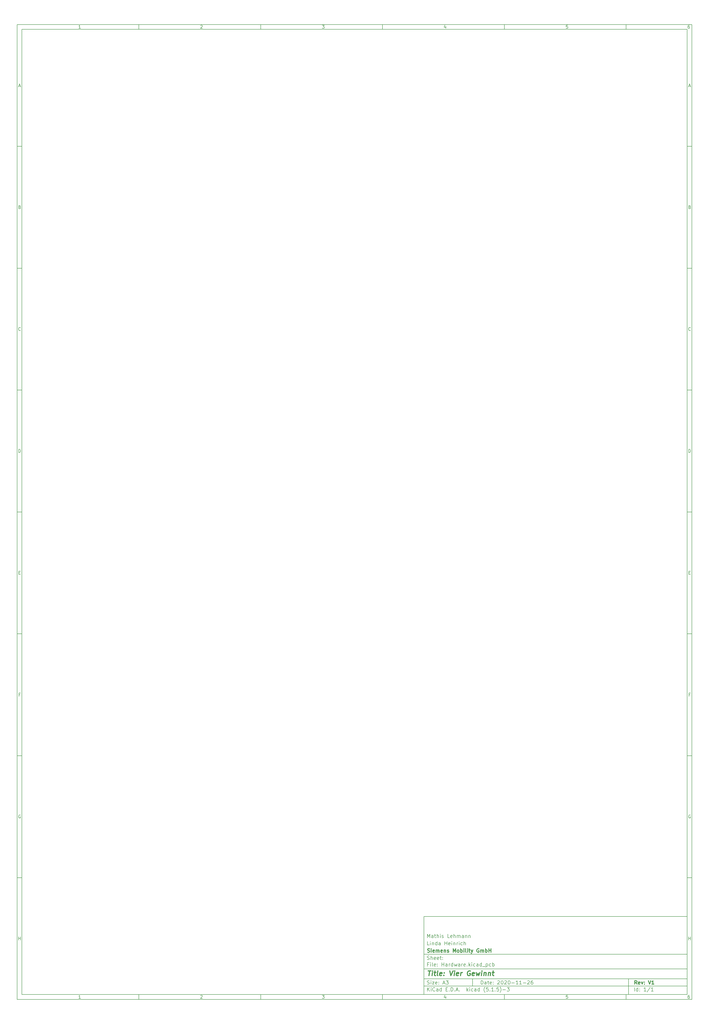
<source format=gbr>
G04 #@! TF.GenerationSoftware,KiCad,Pcbnew,(5.1.5)-3*
G04 #@! TF.CreationDate,2020-12-16T10:40:52+01:00*
G04 #@! TF.ProjectId,Hardware,48617264-7761-4726-952e-6b696361645f,V1*
G04 #@! TF.SameCoordinates,Original*
G04 #@! TF.FileFunction,Legend,Bot*
G04 #@! TF.FilePolarity,Positive*
%FSLAX46Y46*%
G04 Gerber Fmt 4.6, Leading zero omitted, Abs format (unit mm)*
G04 Created by KiCad (PCBNEW (5.1.5)-3) date 2020-12-16 10:40:52*
%MOMM*%
%LPD*%
G04 APERTURE LIST*
%ADD10C,0.100000*%
%ADD11C,0.150000*%
%ADD12C,0.300000*%
%ADD13C,0.400000*%
G04 APERTURE END LIST*
D10*
D11*
X177002200Y-375989000D02*
X177002200Y-407989000D01*
X285002200Y-407989000D01*
X285002200Y-375989000D01*
X177002200Y-375989000D01*
D10*
D11*
X10000000Y-10000000D02*
X10000000Y-409989000D01*
X287002200Y-409989000D01*
X287002200Y-10000000D01*
X10000000Y-10000000D01*
D10*
D11*
X12000000Y-12000000D02*
X12000000Y-407989000D01*
X285002200Y-407989000D01*
X285002200Y-12000000D01*
X12000000Y-12000000D01*
D10*
D11*
X60000000Y-12000000D02*
X60000000Y-10000000D01*
D10*
D11*
X110000000Y-12000000D02*
X110000000Y-10000000D01*
D10*
D11*
X160000000Y-12000000D02*
X160000000Y-10000000D01*
D10*
D11*
X210000000Y-12000000D02*
X210000000Y-10000000D01*
D10*
D11*
X260000000Y-12000000D02*
X260000000Y-10000000D01*
D10*
D11*
X36065476Y-11588095D02*
X35322619Y-11588095D01*
X35694047Y-11588095D02*
X35694047Y-10288095D01*
X35570238Y-10473809D01*
X35446428Y-10597619D01*
X35322619Y-10659523D01*
D10*
D11*
X85322619Y-10411904D02*
X85384523Y-10350000D01*
X85508333Y-10288095D01*
X85817857Y-10288095D01*
X85941666Y-10350000D01*
X86003571Y-10411904D01*
X86065476Y-10535714D01*
X86065476Y-10659523D01*
X86003571Y-10845238D01*
X85260714Y-11588095D01*
X86065476Y-11588095D01*
D10*
D11*
X135260714Y-10288095D02*
X136065476Y-10288095D01*
X135632142Y-10783333D01*
X135817857Y-10783333D01*
X135941666Y-10845238D01*
X136003571Y-10907142D01*
X136065476Y-11030952D01*
X136065476Y-11340476D01*
X136003571Y-11464285D01*
X135941666Y-11526190D01*
X135817857Y-11588095D01*
X135446428Y-11588095D01*
X135322619Y-11526190D01*
X135260714Y-11464285D01*
D10*
D11*
X185941666Y-10721428D02*
X185941666Y-11588095D01*
X185632142Y-10226190D02*
X185322619Y-11154761D01*
X186127380Y-11154761D01*
D10*
D11*
X236003571Y-10288095D02*
X235384523Y-10288095D01*
X235322619Y-10907142D01*
X235384523Y-10845238D01*
X235508333Y-10783333D01*
X235817857Y-10783333D01*
X235941666Y-10845238D01*
X236003571Y-10907142D01*
X236065476Y-11030952D01*
X236065476Y-11340476D01*
X236003571Y-11464285D01*
X235941666Y-11526190D01*
X235817857Y-11588095D01*
X235508333Y-11588095D01*
X235384523Y-11526190D01*
X235322619Y-11464285D01*
D10*
D11*
X285941666Y-10288095D02*
X285694047Y-10288095D01*
X285570238Y-10350000D01*
X285508333Y-10411904D01*
X285384523Y-10597619D01*
X285322619Y-10845238D01*
X285322619Y-11340476D01*
X285384523Y-11464285D01*
X285446428Y-11526190D01*
X285570238Y-11588095D01*
X285817857Y-11588095D01*
X285941666Y-11526190D01*
X286003571Y-11464285D01*
X286065476Y-11340476D01*
X286065476Y-11030952D01*
X286003571Y-10907142D01*
X285941666Y-10845238D01*
X285817857Y-10783333D01*
X285570238Y-10783333D01*
X285446428Y-10845238D01*
X285384523Y-10907142D01*
X285322619Y-11030952D01*
D10*
D11*
X60000000Y-407989000D02*
X60000000Y-409989000D01*
D10*
D11*
X110000000Y-407989000D02*
X110000000Y-409989000D01*
D10*
D11*
X160000000Y-407989000D02*
X160000000Y-409989000D01*
D10*
D11*
X210000000Y-407989000D02*
X210000000Y-409989000D01*
D10*
D11*
X260000000Y-407989000D02*
X260000000Y-409989000D01*
D10*
D11*
X36065476Y-409577095D02*
X35322619Y-409577095D01*
X35694047Y-409577095D02*
X35694047Y-408277095D01*
X35570238Y-408462809D01*
X35446428Y-408586619D01*
X35322619Y-408648523D01*
D10*
D11*
X85322619Y-408400904D02*
X85384523Y-408339000D01*
X85508333Y-408277095D01*
X85817857Y-408277095D01*
X85941666Y-408339000D01*
X86003571Y-408400904D01*
X86065476Y-408524714D01*
X86065476Y-408648523D01*
X86003571Y-408834238D01*
X85260714Y-409577095D01*
X86065476Y-409577095D01*
D10*
D11*
X135260714Y-408277095D02*
X136065476Y-408277095D01*
X135632142Y-408772333D01*
X135817857Y-408772333D01*
X135941666Y-408834238D01*
X136003571Y-408896142D01*
X136065476Y-409019952D01*
X136065476Y-409329476D01*
X136003571Y-409453285D01*
X135941666Y-409515190D01*
X135817857Y-409577095D01*
X135446428Y-409577095D01*
X135322619Y-409515190D01*
X135260714Y-409453285D01*
D10*
D11*
X185941666Y-408710428D02*
X185941666Y-409577095D01*
X185632142Y-408215190D02*
X185322619Y-409143761D01*
X186127380Y-409143761D01*
D10*
D11*
X236003571Y-408277095D02*
X235384523Y-408277095D01*
X235322619Y-408896142D01*
X235384523Y-408834238D01*
X235508333Y-408772333D01*
X235817857Y-408772333D01*
X235941666Y-408834238D01*
X236003571Y-408896142D01*
X236065476Y-409019952D01*
X236065476Y-409329476D01*
X236003571Y-409453285D01*
X235941666Y-409515190D01*
X235817857Y-409577095D01*
X235508333Y-409577095D01*
X235384523Y-409515190D01*
X235322619Y-409453285D01*
D10*
D11*
X285941666Y-408277095D02*
X285694047Y-408277095D01*
X285570238Y-408339000D01*
X285508333Y-408400904D01*
X285384523Y-408586619D01*
X285322619Y-408834238D01*
X285322619Y-409329476D01*
X285384523Y-409453285D01*
X285446428Y-409515190D01*
X285570238Y-409577095D01*
X285817857Y-409577095D01*
X285941666Y-409515190D01*
X286003571Y-409453285D01*
X286065476Y-409329476D01*
X286065476Y-409019952D01*
X286003571Y-408896142D01*
X285941666Y-408834238D01*
X285817857Y-408772333D01*
X285570238Y-408772333D01*
X285446428Y-408834238D01*
X285384523Y-408896142D01*
X285322619Y-409019952D01*
D10*
D11*
X10000000Y-60000000D02*
X12000000Y-60000000D01*
D10*
D11*
X10000000Y-110000000D02*
X12000000Y-110000000D01*
D10*
D11*
X10000000Y-160000000D02*
X12000000Y-160000000D01*
D10*
D11*
X10000000Y-210000000D02*
X12000000Y-210000000D01*
D10*
D11*
X10000000Y-260000000D02*
X12000000Y-260000000D01*
D10*
D11*
X10000000Y-310000000D02*
X12000000Y-310000000D01*
D10*
D11*
X10000000Y-360000000D02*
X12000000Y-360000000D01*
D10*
D11*
X10690476Y-35216666D02*
X11309523Y-35216666D01*
X10566666Y-35588095D02*
X11000000Y-34288095D01*
X11433333Y-35588095D01*
D10*
D11*
X11092857Y-84907142D02*
X11278571Y-84969047D01*
X11340476Y-85030952D01*
X11402380Y-85154761D01*
X11402380Y-85340476D01*
X11340476Y-85464285D01*
X11278571Y-85526190D01*
X11154761Y-85588095D01*
X10659523Y-85588095D01*
X10659523Y-84288095D01*
X11092857Y-84288095D01*
X11216666Y-84350000D01*
X11278571Y-84411904D01*
X11340476Y-84535714D01*
X11340476Y-84659523D01*
X11278571Y-84783333D01*
X11216666Y-84845238D01*
X11092857Y-84907142D01*
X10659523Y-84907142D01*
D10*
D11*
X11402380Y-135464285D02*
X11340476Y-135526190D01*
X11154761Y-135588095D01*
X11030952Y-135588095D01*
X10845238Y-135526190D01*
X10721428Y-135402380D01*
X10659523Y-135278571D01*
X10597619Y-135030952D01*
X10597619Y-134845238D01*
X10659523Y-134597619D01*
X10721428Y-134473809D01*
X10845238Y-134350000D01*
X11030952Y-134288095D01*
X11154761Y-134288095D01*
X11340476Y-134350000D01*
X11402380Y-134411904D01*
D10*
D11*
X10659523Y-185588095D02*
X10659523Y-184288095D01*
X10969047Y-184288095D01*
X11154761Y-184350000D01*
X11278571Y-184473809D01*
X11340476Y-184597619D01*
X11402380Y-184845238D01*
X11402380Y-185030952D01*
X11340476Y-185278571D01*
X11278571Y-185402380D01*
X11154761Y-185526190D01*
X10969047Y-185588095D01*
X10659523Y-185588095D01*
D10*
D11*
X10721428Y-234907142D02*
X11154761Y-234907142D01*
X11340476Y-235588095D02*
X10721428Y-235588095D01*
X10721428Y-234288095D01*
X11340476Y-234288095D01*
D10*
D11*
X11185714Y-284907142D02*
X10752380Y-284907142D01*
X10752380Y-285588095D02*
X10752380Y-284288095D01*
X11371428Y-284288095D01*
D10*
D11*
X11340476Y-334350000D02*
X11216666Y-334288095D01*
X11030952Y-334288095D01*
X10845238Y-334350000D01*
X10721428Y-334473809D01*
X10659523Y-334597619D01*
X10597619Y-334845238D01*
X10597619Y-335030952D01*
X10659523Y-335278571D01*
X10721428Y-335402380D01*
X10845238Y-335526190D01*
X11030952Y-335588095D01*
X11154761Y-335588095D01*
X11340476Y-335526190D01*
X11402380Y-335464285D01*
X11402380Y-335030952D01*
X11154761Y-335030952D01*
D10*
D11*
X10628571Y-385588095D02*
X10628571Y-384288095D01*
X10628571Y-384907142D02*
X11371428Y-384907142D01*
X11371428Y-385588095D02*
X11371428Y-384288095D01*
D10*
D11*
X287002200Y-60000000D02*
X285002200Y-60000000D01*
D10*
D11*
X287002200Y-110000000D02*
X285002200Y-110000000D01*
D10*
D11*
X287002200Y-160000000D02*
X285002200Y-160000000D01*
D10*
D11*
X287002200Y-210000000D02*
X285002200Y-210000000D01*
D10*
D11*
X287002200Y-260000000D02*
X285002200Y-260000000D01*
D10*
D11*
X287002200Y-310000000D02*
X285002200Y-310000000D01*
D10*
D11*
X287002200Y-360000000D02*
X285002200Y-360000000D01*
D10*
D11*
X285692676Y-35216666D02*
X286311723Y-35216666D01*
X285568866Y-35588095D02*
X286002200Y-34288095D01*
X286435533Y-35588095D01*
D10*
D11*
X286095057Y-84907142D02*
X286280771Y-84969047D01*
X286342676Y-85030952D01*
X286404580Y-85154761D01*
X286404580Y-85340476D01*
X286342676Y-85464285D01*
X286280771Y-85526190D01*
X286156961Y-85588095D01*
X285661723Y-85588095D01*
X285661723Y-84288095D01*
X286095057Y-84288095D01*
X286218866Y-84350000D01*
X286280771Y-84411904D01*
X286342676Y-84535714D01*
X286342676Y-84659523D01*
X286280771Y-84783333D01*
X286218866Y-84845238D01*
X286095057Y-84907142D01*
X285661723Y-84907142D01*
D10*
D11*
X286404580Y-135464285D02*
X286342676Y-135526190D01*
X286156961Y-135588095D01*
X286033152Y-135588095D01*
X285847438Y-135526190D01*
X285723628Y-135402380D01*
X285661723Y-135278571D01*
X285599819Y-135030952D01*
X285599819Y-134845238D01*
X285661723Y-134597619D01*
X285723628Y-134473809D01*
X285847438Y-134350000D01*
X286033152Y-134288095D01*
X286156961Y-134288095D01*
X286342676Y-134350000D01*
X286404580Y-134411904D01*
D10*
D11*
X285661723Y-185588095D02*
X285661723Y-184288095D01*
X285971247Y-184288095D01*
X286156961Y-184350000D01*
X286280771Y-184473809D01*
X286342676Y-184597619D01*
X286404580Y-184845238D01*
X286404580Y-185030952D01*
X286342676Y-185278571D01*
X286280771Y-185402380D01*
X286156961Y-185526190D01*
X285971247Y-185588095D01*
X285661723Y-185588095D01*
D10*
D11*
X285723628Y-234907142D02*
X286156961Y-234907142D01*
X286342676Y-235588095D02*
X285723628Y-235588095D01*
X285723628Y-234288095D01*
X286342676Y-234288095D01*
D10*
D11*
X286187914Y-284907142D02*
X285754580Y-284907142D01*
X285754580Y-285588095D02*
X285754580Y-284288095D01*
X286373628Y-284288095D01*
D10*
D11*
X286342676Y-334350000D02*
X286218866Y-334288095D01*
X286033152Y-334288095D01*
X285847438Y-334350000D01*
X285723628Y-334473809D01*
X285661723Y-334597619D01*
X285599819Y-334845238D01*
X285599819Y-335030952D01*
X285661723Y-335278571D01*
X285723628Y-335402380D01*
X285847438Y-335526190D01*
X286033152Y-335588095D01*
X286156961Y-335588095D01*
X286342676Y-335526190D01*
X286404580Y-335464285D01*
X286404580Y-335030952D01*
X286156961Y-335030952D01*
D10*
D11*
X285630771Y-385588095D02*
X285630771Y-384288095D01*
X285630771Y-384907142D02*
X286373628Y-384907142D01*
X286373628Y-385588095D02*
X286373628Y-384288095D01*
D10*
D11*
X200434342Y-403767571D02*
X200434342Y-402267571D01*
X200791485Y-402267571D01*
X201005771Y-402339000D01*
X201148628Y-402481857D01*
X201220057Y-402624714D01*
X201291485Y-402910428D01*
X201291485Y-403124714D01*
X201220057Y-403410428D01*
X201148628Y-403553285D01*
X201005771Y-403696142D01*
X200791485Y-403767571D01*
X200434342Y-403767571D01*
X202577200Y-403767571D02*
X202577200Y-402981857D01*
X202505771Y-402839000D01*
X202362914Y-402767571D01*
X202077200Y-402767571D01*
X201934342Y-402839000D01*
X202577200Y-403696142D02*
X202434342Y-403767571D01*
X202077200Y-403767571D01*
X201934342Y-403696142D01*
X201862914Y-403553285D01*
X201862914Y-403410428D01*
X201934342Y-403267571D01*
X202077200Y-403196142D01*
X202434342Y-403196142D01*
X202577200Y-403124714D01*
X203077200Y-402767571D02*
X203648628Y-402767571D01*
X203291485Y-402267571D02*
X203291485Y-403553285D01*
X203362914Y-403696142D01*
X203505771Y-403767571D01*
X203648628Y-403767571D01*
X204720057Y-403696142D02*
X204577200Y-403767571D01*
X204291485Y-403767571D01*
X204148628Y-403696142D01*
X204077200Y-403553285D01*
X204077200Y-402981857D01*
X204148628Y-402839000D01*
X204291485Y-402767571D01*
X204577200Y-402767571D01*
X204720057Y-402839000D01*
X204791485Y-402981857D01*
X204791485Y-403124714D01*
X204077200Y-403267571D01*
X205434342Y-403624714D02*
X205505771Y-403696142D01*
X205434342Y-403767571D01*
X205362914Y-403696142D01*
X205434342Y-403624714D01*
X205434342Y-403767571D01*
X205434342Y-402839000D02*
X205505771Y-402910428D01*
X205434342Y-402981857D01*
X205362914Y-402910428D01*
X205434342Y-402839000D01*
X205434342Y-402981857D01*
X207220057Y-402410428D02*
X207291485Y-402339000D01*
X207434342Y-402267571D01*
X207791485Y-402267571D01*
X207934342Y-402339000D01*
X208005771Y-402410428D01*
X208077200Y-402553285D01*
X208077200Y-402696142D01*
X208005771Y-402910428D01*
X207148628Y-403767571D01*
X208077200Y-403767571D01*
X209005771Y-402267571D02*
X209148628Y-402267571D01*
X209291485Y-402339000D01*
X209362914Y-402410428D01*
X209434342Y-402553285D01*
X209505771Y-402839000D01*
X209505771Y-403196142D01*
X209434342Y-403481857D01*
X209362914Y-403624714D01*
X209291485Y-403696142D01*
X209148628Y-403767571D01*
X209005771Y-403767571D01*
X208862914Y-403696142D01*
X208791485Y-403624714D01*
X208720057Y-403481857D01*
X208648628Y-403196142D01*
X208648628Y-402839000D01*
X208720057Y-402553285D01*
X208791485Y-402410428D01*
X208862914Y-402339000D01*
X209005771Y-402267571D01*
X210077200Y-402410428D02*
X210148628Y-402339000D01*
X210291485Y-402267571D01*
X210648628Y-402267571D01*
X210791485Y-402339000D01*
X210862914Y-402410428D01*
X210934342Y-402553285D01*
X210934342Y-402696142D01*
X210862914Y-402910428D01*
X210005771Y-403767571D01*
X210934342Y-403767571D01*
X211862914Y-402267571D02*
X212005771Y-402267571D01*
X212148628Y-402339000D01*
X212220057Y-402410428D01*
X212291485Y-402553285D01*
X212362914Y-402839000D01*
X212362914Y-403196142D01*
X212291485Y-403481857D01*
X212220057Y-403624714D01*
X212148628Y-403696142D01*
X212005771Y-403767571D01*
X211862914Y-403767571D01*
X211720057Y-403696142D01*
X211648628Y-403624714D01*
X211577200Y-403481857D01*
X211505771Y-403196142D01*
X211505771Y-402839000D01*
X211577200Y-402553285D01*
X211648628Y-402410428D01*
X211720057Y-402339000D01*
X211862914Y-402267571D01*
X213005771Y-403196142D02*
X214148628Y-403196142D01*
X215648628Y-403767571D02*
X214791485Y-403767571D01*
X215220057Y-403767571D02*
X215220057Y-402267571D01*
X215077200Y-402481857D01*
X214934342Y-402624714D01*
X214791485Y-402696142D01*
X217077200Y-403767571D02*
X216220057Y-403767571D01*
X216648628Y-403767571D02*
X216648628Y-402267571D01*
X216505771Y-402481857D01*
X216362914Y-402624714D01*
X216220057Y-402696142D01*
X217720057Y-403196142D02*
X218862914Y-403196142D01*
X219505771Y-402410428D02*
X219577200Y-402339000D01*
X219720057Y-402267571D01*
X220077200Y-402267571D01*
X220220057Y-402339000D01*
X220291485Y-402410428D01*
X220362914Y-402553285D01*
X220362914Y-402696142D01*
X220291485Y-402910428D01*
X219434342Y-403767571D01*
X220362914Y-403767571D01*
X221648628Y-402267571D02*
X221362914Y-402267571D01*
X221220057Y-402339000D01*
X221148628Y-402410428D01*
X221005771Y-402624714D01*
X220934342Y-402910428D01*
X220934342Y-403481857D01*
X221005771Y-403624714D01*
X221077200Y-403696142D01*
X221220057Y-403767571D01*
X221505771Y-403767571D01*
X221648628Y-403696142D01*
X221720057Y-403624714D01*
X221791485Y-403481857D01*
X221791485Y-403124714D01*
X221720057Y-402981857D01*
X221648628Y-402910428D01*
X221505771Y-402839000D01*
X221220057Y-402839000D01*
X221077200Y-402910428D01*
X221005771Y-402981857D01*
X220934342Y-403124714D01*
D10*
D11*
X177002200Y-404489000D02*
X285002200Y-404489000D01*
D10*
D11*
X178434342Y-406567571D02*
X178434342Y-405067571D01*
X179291485Y-406567571D02*
X178648628Y-405710428D01*
X179291485Y-405067571D02*
X178434342Y-405924714D01*
X179934342Y-406567571D02*
X179934342Y-405567571D01*
X179934342Y-405067571D02*
X179862914Y-405139000D01*
X179934342Y-405210428D01*
X180005771Y-405139000D01*
X179934342Y-405067571D01*
X179934342Y-405210428D01*
X181505771Y-406424714D02*
X181434342Y-406496142D01*
X181220057Y-406567571D01*
X181077200Y-406567571D01*
X180862914Y-406496142D01*
X180720057Y-406353285D01*
X180648628Y-406210428D01*
X180577200Y-405924714D01*
X180577200Y-405710428D01*
X180648628Y-405424714D01*
X180720057Y-405281857D01*
X180862914Y-405139000D01*
X181077200Y-405067571D01*
X181220057Y-405067571D01*
X181434342Y-405139000D01*
X181505771Y-405210428D01*
X182791485Y-406567571D02*
X182791485Y-405781857D01*
X182720057Y-405639000D01*
X182577200Y-405567571D01*
X182291485Y-405567571D01*
X182148628Y-405639000D01*
X182791485Y-406496142D02*
X182648628Y-406567571D01*
X182291485Y-406567571D01*
X182148628Y-406496142D01*
X182077200Y-406353285D01*
X182077200Y-406210428D01*
X182148628Y-406067571D01*
X182291485Y-405996142D01*
X182648628Y-405996142D01*
X182791485Y-405924714D01*
X184148628Y-406567571D02*
X184148628Y-405067571D01*
X184148628Y-406496142D02*
X184005771Y-406567571D01*
X183720057Y-406567571D01*
X183577200Y-406496142D01*
X183505771Y-406424714D01*
X183434342Y-406281857D01*
X183434342Y-405853285D01*
X183505771Y-405710428D01*
X183577200Y-405639000D01*
X183720057Y-405567571D01*
X184005771Y-405567571D01*
X184148628Y-405639000D01*
X186005771Y-405781857D02*
X186505771Y-405781857D01*
X186720057Y-406567571D02*
X186005771Y-406567571D01*
X186005771Y-405067571D01*
X186720057Y-405067571D01*
X187362914Y-406424714D02*
X187434342Y-406496142D01*
X187362914Y-406567571D01*
X187291485Y-406496142D01*
X187362914Y-406424714D01*
X187362914Y-406567571D01*
X188077200Y-406567571D02*
X188077200Y-405067571D01*
X188434342Y-405067571D01*
X188648628Y-405139000D01*
X188791485Y-405281857D01*
X188862914Y-405424714D01*
X188934342Y-405710428D01*
X188934342Y-405924714D01*
X188862914Y-406210428D01*
X188791485Y-406353285D01*
X188648628Y-406496142D01*
X188434342Y-406567571D01*
X188077200Y-406567571D01*
X189577200Y-406424714D02*
X189648628Y-406496142D01*
X189577200Y-406567571D01*
X189505771Y-406496142D01*
X189577200Y-406424714D01*
X189577200Y-406567571D01*
X190220057Y-406139000D02*
X190934342Y-406139000D01*
X190077200Y-406567571D02*
X190577200Y-405067571D01*
X191077200Y-406567571D01*
X191577200Y-406424714D02*
X191648628Y-406496142D01*
X191577200Y-406567571D01*
X191505771Y-406496142D01*
X191577200Y-406424714D01*
X191577200Y-406567571D01*
X194577200Y-406567571D02*
X194577200Y-405067571D01*
X194720057Y-405996142D02*
X195148628Y-406567571D01*
X195148628Y-405567571D02*
X194577200Y-406139000D01*
X195791485Y-406567571D02*
X195791485Y-405567571D01*
X195791485Y-405067571D02*
X195720057Y-405139000D01*
X195791485Y-405210428D01*
X195862914Y-405139000D01*
X195791485Y-405067571D01*
X195791485Y-405210428D01*
X197148628Y-406496142D02*
X197005771Y-406567571D01*
X196720057Y-406567571D01*
X196577200Y-406496142D01*
X196505771Y-406424714D01*
X196434342Y-406281857D01*
X196434342Y-405853285D01*
X196505771Y-405710428D01*
X196577200Y-405639000D01*
X196720057Y-405567571D01*
X197005771Y-405567571D01*
X197148628Y-405639000D01*
X198434342Y-406567571D02*
X198434342Y-405781857D01*
X198362914Y-405639000D01*
X198220057Y-405567571D01*
X197934342Y-405567571D01*
X197791485Y-405639000D01*
X198434342Y-406496142D02*
X198291485Y-406567571D01*
X197934342Y-406567571D01*
X197791485Y-406496142D01*
X197720057Y-406353285D01*
X197720057Y-406210428D01*
X197791485Y-406067571D01*
X197934342Y-405996142D01*
X198291485Y-405996142D01*
X198434342Y-405924714D01*
X199791485Y-406567571D02*
X199791485Y-405067571D01*
X199791485Y-406496142D02*
X199648628Y-406567571D01*
X199362914Y-406567571D01*
X199220057Y-406496142D01*
X199148628Y-406424714D01*
X199077200Y-406281857D01*
X199077200Y-405853285D01*
X199148628Y-405710428D01*
X199220057Y-405639000D01*
X199362914Y-405567571D01*
X199648628Y-405567571D01*
X199791485Y-405639000D01*
X202077200Y-407139000D02*
X202005771Y-407067571D01*
X201862914Y-406853285D01*
X201791485Y-406710428D01*
X201720057Y-406496142D01*
X201648628Y-406139000D01*
X201648628Y-405853285D01*
X201720057Y-405496142D01*
X201791485Y-405281857D01*
X201862914Y-405139000D01*
X202005771Y-404924714D01*
X202077200Y-404853285D01*
X203362914Y-405067571D02*
X202648628Y-405067571D01*
X202577200Y-405781857D01*
X202648628Y-405710428D01*
X202791485Y-405639000D01*
X203148628Y-405639000D01*
X203291485Y-405710428D01*
X203362914Y-405781857D01*
X203434342Y-405924714D01*
X203434342Y-406281857D01*
X203362914Y-406424714D01*
X203291485Y-406496142D01*
X203148628Y-406567571D01*
X202791485Y-406567571D01*
X202648628Y-406496142D01*
X202577200Y-406424714D01*
X204077200Y-406424714D02*
X204148628Y-406496142D01*
X204077200Y-406567571D01*
X204005771Y-406496142D01*
X204077200Y-406424714D01*
X204077200Y-406567571D01*
X205577200Y-406567571D02*
X204720057Y-406567571D01*
X205148628Y-406567571D02*
X205148628Y-405067571D01*
X205005771Y-405281857D01*
X204862914Y-405424714D01*
X204720057Y-405496142D01*
X206220057Y-406424714D02*
X206291485Y-406496142D01*
X206220057Y-406567571D01*
X206148628Y-406496142D01*
X206220057Y-406424714D01*
X206220057Y-406567571D01*
X207648628Y-405067571D02*
X206934342Y-405067571D01*
X206862914Y-405781857D01*
X206934342Y-405710428D01*
X207077200Y-405639000D01*
X207434342Y-405639000D01*
X207577200Y-405710428D01*
X207648628Y-405781857D01*
X207720057Y-405924714D01*
X207720057Y-406281857D01*
X207648628Y-406424714D01*
X207577200Y-406496142D01*
X207434342Y-406567571D01*
X207077200Y-406567571D01*
X206934342Y-406496142D01*
X206862914Y-406424714D01*
X208220057Y-407139000D02*
X208291485Y-407067571D01*
X208434342Y-406853285D01*
X208505771Y-406710428D01*
X208577200Y-406496142D01*
X208648628Y-406139000D01*
X208648628Y-405853285D01*
X208577200Y-405496142D01*
X208505771Y-405281857D01*
X208434342Y-405139000D01*
X208291485Y-404924714D01*
X208220057Y-404853285D01*
X209362914Y-405996142D02*
X210505771Y-405996142D01*
X211077200Y-405067571D02*
X212005771Y-405067571D01*
X211505771Y-405639000D01*
X211720057Y-405639000D01*
X211862914Y-405710428D01*
X211934342Y-405781857D01*
X212005771Y-405924714D01*
X212005771Y-406281857D01*
X211934342Y-406424714D01*
X211862914Y-406496142D01*
X211720057Y-406567571D01*
X211291485Y-406567571D01*
X211148628Y-406496142D01*
X211077200Y-406424714D01*
D10*
D11*
X177002200Y-401489000D02*
X285002200Y-401489000D01*
D10*
D12*
X264411485Y-403767571D02*
X263911485Y-403053285D01*
X263554342Y-403767571D02*
X263554342Y-402267571D01*
X264125771Y-402267571D01*
X264268628Y-402339000D01*
X264340057Y-402410428D01*
X264411485Y-402553285D01*
X264411485Y-402767571D01*
X264340057Y-402910428D01*
X264268628Y-402981857D01*
X264125771Y-403053285D01*
X263554342Y-403053285D01*
X265625771Y-403696142D02*
X265482914Y-403767571D01*
X265197200Y-403767571D01*
X265054342Y-403696142D01*
X264982914Y-403553285D01*
X264982914Y-402981857D01*
X265054342Y-402839000D01*
X265197200Y-402767571D01*
X265482914Y-402767571D01*
X265625771Y-402839000D01*
X265697200Y-402981857D01*
X265697200Y-403124714D01*
X264982914Y-403267571D01*
X266197200Y-402767571D02*
X266554342Y-403767571D01*
X266911485Y-402767571D01*
X267482914Y-403624714D02*
X267554342Y-403696142D01*
X267482914Y-403767571D01*
X267411485Y-403696142D01*
X267482914Y-403624714D01*
X267482914Y-403767571D01*
X267482914Y-402839000D02*
X267554342Y-402910428D01*
X267482914Y-402981857D01*
X267411485Y-402910428D01*
X267482914Y-402839000D01*
X267482914Y-402981857D01*
X269125771Y-402267571D02*
X269625771Y-403767571D01*
X270125771Y-402267571D01*
X271411485Y-403767571D02*
X270554342Y-403767571D01*
X270982914Y-403767571D02*
X270982914Y-402267571D01*
X270840057Y-402481857D01*
X270697200Y-402624714D01*
X270554342Y-402696142D01*
D10*
D11*
X178362914Y-403696142D02*
X178577200Y-403767571D01*
X178934342Y-403767571D01*
X179077200Y-403696142D01*
X179148628Y-403624714D01*
X179220057Y-403481857D01*
X179220057Y-403339000D01*
X179148628Y-403196142D01*
X179077200Y-403124714D01*
X178934342Y-403053285D01*
X178648628Y-402981857D01*
X178505771Y-402910428D01*
X178434342Y-402839000D01*
X178362914Y-402696142D01*
X178362914Y-402553285D01*
X178434342Y-402410428D01*
X178505771Y-402339000D01*
X178648628Y-402267571D01*
X179005771Y-402267571D01*
X179220057Y-402339000D01*
X179862914Y-403767571D02*
X179862914Y-402767571D01*
X179862914Y-402267571D02*
X179791485Y-402339000D01*
X179862914Y-402410428D01*
X179934342Y-402339000D01*
X179862914Y-402267571D01*
X179862914Y-402410428D01*
X180434342Y-402767571D02*
X181220057Y-402767571D01*
X180434342Y-403767571D01*
X181220057Y-403767571D01*
X182362914Y-403696142D02*
X182220057Y-403767571D01*
X181934342Y-403767571D01*
X181791485Y-403696142D01*
X181720057Y-403553285D01*
X181720057Y-402981857D01*
X181791485Y-402839000D01*
X181934342Y-402767571D01*
X182220057Y-402767571D01*
X182362914Y-402839000D01*
X182434342Y-402981857D01*
X182434342Y-403124714D01*
X181720057Y-403267571D01*
X183077200Y-403624714D02*
X183148628Y-403696142D01*
X183077200Y-403767571D01*
X183005771Y-403696142D01*
X183077200Y-403624714D01*
X183077200Y-403767571D01*
X183077200Y-402839000D02*
X183148628Y-402910428D01*
X183077200Y-402981857D01*
X183005771Y-402910428D01*
X183077200Y-402839000D01*
X183077200Y-402981857D01*
X184862914Y-403339000D02*
X185577200Y-403339000D01*
X184720057Y-403767571D02*
X185220057Y-402267571D01*
X185720057Y-403767571D01*
X186077200Y-402267571D02*
X187005771Y-402267571D01*
X186505771Y-402839000D01*
X186720057Y-402839000D01*
X186862914Y-402910428D01*
X186934342Y-402981857D01*
X187005771Y-403124714D01*
X187005771Y-403481857D01*
X186934342Y-403624714D01*
X186862914Y-403696142D01*
X186720057Y-403767571D01*
X186291485Y-403767571D01*
X186148628Y-403696142D01*
X186077200Y-403624714D01*
D10*
D11*
X263434342Y-406567571D02*
X263434342Y-405067571D01*
X264791485Y-406567571D02*
X264791485Y-405067571D01*
X264791485Y-406496142D02*
X264648628Y-406567571D01*
X264362914Y-406567571D01*
X264220057Y-406496142D01*
X264148628Y-406424714D01*
X264077200Y-406281857D01*
X264077200Y-405853285D01*
X264148628Y-405710428D01*
X264220057Y-405639000D01*
X264362914Y-405567571D01*
X264648628Y-405567571D01*
X264791485Y-405639000D01*
X265505771Y-406424714D02*
X265577200Y-406496142D01*
X265505771Y-406567571D01*
X265434342Y-406496142D01*
X265505771Y-406424714D01*
X265505771Y-406567571D01*
X265505771Y-405639000D02*
X265577200Y-405710428D01*
X265505771Y-405781857D01*
X265434342Y-405710428D01*
X265505771Y-405639000D01*
X265505771Y-405781857D01*
X268148628Y-406567571D02*
X267291485Y-406567571D01*
X267720057Y-406567571D02*
X267720057Y-405067571D01*
X267577200Y-405281857D01*
X267434342Y-405424714D01*
X267291485Y-405496142D01*
X269862914Y-404996142D02*
X268577200Y-406924714D01*
X271148628Y-406567571D02*
X270291485Y-406567571D01*
X270720057Y-406567571D02*
X270720057Y-405067571D01*
X270577200Y-405281857D01*
X270434342Y-405424714D01*
X270291485Y-405496142D01*
D10*
D11*
X177002200Y-397489000D02*
X285002200Y-397489000D01*
D10*
D13*
X178714580Y-398193761D02*
X179857438Y-398193761D01*
X179036009Y-400193761D02*
X179286009Y-398193761D01*
X180274104Y-400193761D02*
X180440771Y-398860428D01*
X180524104Y-398193761D02*
X180416961Y-398289000D01*
X180500295Y-398384238D01*
X180607438Y-398289000D01*
X180524104Y-398193761D01*
X180500295Y-398384238D01*
X181107438Y-398860428D02*
X181869342Y-398860428D01*
X181476485Y-398193761D02*
X181262200Y-399908047D01*
X181333628Y-400098523D01*
X181512200Y-400193761D01*
X181702676Y-400193761D01*
X182655057Y-400193761D02*
X182476485Y-400098523D01*
X182405057Y-399908047D01*
X182619342Y-398193761D01*
X184190771Y-400098523D02*
X183988390Y-400193761D01*
X183607438Y-400193761D01*
X183428866Y-400098523D01*
X183357438Y-399908047D01*
X183452676Y-399146142D01*
X183571723Y-398955666D01*
X183774104Y-398860428D01*
X184155057Y-398860428D01*
X184333628Y-398955666D01*
X184405057Y-399146142D01*
X184381247Y-399336619D01*
X183405057Y-399527095D01*
X185155057Y-400003285D02*
X185238390Y-400098523D01*
X185131247Y-400193761D01*
X185047914Y-400098523D01*
X185155057Y-400003285D01*
X185131247Y-400193761D01*
X185286009Y-398955666D02*
X185369342Y-399050904D01*
X185262200Y-399146142D01*
X185178866Y-399050904D01*
X185286009Y-398955666D01*
X185262200Y-399146142D01*
X187571723Y-398193761D02*
X187988390Y-400193761D01*
X188905057Y-398193761D01*
X189321723Y-400193761D02*
X189488390Y-398860428D01*
X189571723Y-398193761D02*
X189464580Y-398289000D01*
X189547914Y-398384238D01*
X189655057Y-398289000D01*
X189571723Y-398193761D01*
X189547914Y-398384238D01*
X191047914Y-400098523D02*
X190845533Y-400193761D01*
X190464580Y-400193761D01*
X190286009Y-400098523D01*
X190214580Y-399908047D01*
X190309819Y-399146142D01*
X190428866Y-398955666D01*
X190631247Y-398860428D01*
X191012200Y-398860428D01*
X191190771Y-398955666D01*
X191262200Y-399146142D01*
X191238390Y-399336619D01*
X190262200Y-399527095D01*
X191988390Y-400193761D02*
X192155057Y-398860428D01*
X192107438Y-399241380D02*
X192226485Y-399050904D01*
X192333628Y-398955666D01*
X192536009Y-398860428D01*
X192726485Y-398860428D01*
X196036009Y-398289000D02*
X195857438Y-398193761D01*
X195571723Y-398193761D01*
X195274104Y-398289000D01*
X195059819Y-398479476D01*
X194940771Y-398669952D01*
X194797914Y-399050904D01*
X194762200Y-399336619D01*
X194809819Y-399717571D01*
X194881247Y-399908047D01*
X195047914Y-400098523D01*
X195321723Y-400193761D01*
X195512200Y-400193761D01*
X195809819Y-400098523D01*
X195916961Y-400003285D01*
X196000295Y-399336619D01*
X195619342Y-399336619D01*
X197524104Y-400098523D02*
X197321723Y-400193761D01*
X196940771Y-400193761D01*
X196762200Y-400098523D01*
X196690771Y-399908047D01*
X196786009Y-399146142D01*
X196905057Y-398955666D01*
X197107438Y-398860428D01*
X197488390Y-398860428D01*
X197666961Y-398955666D01*
X197738390Y-399146142D01*
X197714580Y-399336619D01*
X196738390Y-399527095D01*
X198440771Y-398860428D02*
X198655057Y-400193761D01*
X199155057Y-399241380D01*
X199416961Y-400193761D01*
X199964580Y-398860428D01*
X200559819Y-400193761D02*
X200726485Y-398860428D01*
X200809819Y-398193761D02*
X200702676Y-398289000D01*
X200786009Y-398384238D01*
X200893152Y-398289000D01*
X200809819Y-398193761D01*
X200786009Y-398384238D01*
X201678866Y-398860428D02*
X201512200Y-400193761D01*
X201655057Y-399050904D02*
X201762200Y-398955666D01*
X201964580Y-398860428D01*
X202250295Y-398860428D01*
X202428866Y-398955666D01*
X202500295Y-399146142D01*
X202369342Y-400193761D01*
X203488390Y-398860428D02*
X203321723Y-400193761D01*
X203464580Y-399050904D02*
X203571723Y-398955666D01*
X203774104Y-398860428D01*
X204059819Y-398860428D01*
X204238390Y-398955666D01*
X204309819Y-399146142D01*
X204178866Y-400193761D01*
X205012200Y-398860428D02*
X205774104Y-398860428D01*
X205381247Y-398193761D02*
X205166961Y-399908047D01*
X205238390Y-400098523D01*
X205416961Y-400193761D01*
X205607438Y-400193761D01*
D10*
D11*
X178934342Y-395581857D02*
X178434342Y-395581857D01*
X178434342Y-396367571D02*
X178434342Y-394867571D01*
X179148628Y-394867571D01*
X179720057Y-396367571D02*
X179720057Y-395367571D01*
X179720057Y-394867571D02*
X179648628Y-394939000D01*
X179720057Y-395010428D01*
X179791485Y-394939000D01*
X179720057Y-394867571D01*
X179720057Y-395010428D01*
X180648628Y-396367571D02*
X180505771Y-396296142D01*
X180434342Y-396153285D01*
X180434342Y-394867571D01*
X181791485Y-396296142D02*
X181648628Y-396367571D01*
X181362914Y-396367571D01*
X181220057Y-396296142D01*
X181148628Y-396153285D01*
X181148628Y-395581857D01*
X181220057Y-395439000D01*
X181362914Y-395367571D01*
X181648628Y-395367571D01*
X181791485Y-395439000D01*
X181862914Y-395581857D01*
X181862914Y-395724714D01*
X181148628Y-395867571D01*
X182505771Y-396224714D02*
X182577200Y-396296142D01*
X182505771Y-396367571D01*
X182434342Y-396296142D01*
X182505771Y-396224714D01*
X182505771Y-396367571D01*
X182505771Y-395439000D02*
X182577200Y-395510428D01*
X182505771Y-395581857D01*
X182434342Y-395510428D01*
X182505771Y-395439000D01*
X182505771Y-395581857D01*
X184362914Y-396367571D02*
X184362914Y-394867571D01*
X184362914Y-395581857D02*
X185220057Y-395581857D01*
X185220057Y-396367571D02*
X185220057Y-394867571D01*
X186577200Y-396367571D02*
X186577200Y-395581857D01*
X186505771Y-395439000D01*
X186362914Y-395367571D01*
X186077200Y-395367571D01*
X185934342Y-395439000D01*
X186577200Y-396296142D02*
X186434342Y-396367571D01*
X186077200Y-396367571D01*
X185934342Y-396296142D01*
X185862914Y-396153285D01*
X185862914Y-396010428D01*
X185934342Y-395867571D01*
X186077200Y-395796142D01*
X186434342Y-395796142D01*
X186577200Y-395724714D01*
X187291485Y-396367571D02*
X187291485Y-395367571D01*
X187291485Y-395653285D02*
X187362914Y-395510428D01*
X187434342Y-395439000D01*
X187577200Y-395367571D01*
X187720057Y-395367571D01*
X188862914Y-396367571D02*
X188862914Y-394867571D01*
X188862914Y-396296142D02*
X188720057Y-396367571D01*
X188434342Y-396367571D01*
X188291485Y-396296142D01*
X188220057Y-396224714D01*
X188148628Y-396081857D01*
X188148628Y-395653285D01*
X188220057Y-395510428D01*
X188291485Y-395439000D01*
X188434342Y-395367571D01*
X188720057Y-395367571D01*
X188862914Y-395439000D01*
X189434342Y-395367571D02*
X189720057Y-396367571D01*
X190005771Y-395653285D01*
X190291485Y-396367571D01*
X190577200Y-395367571D01*
X191791485Y-396367571D02*
X191791485Y-395581857D01*
X191720057Y-395439000D01*
X191577200Y-395367571D01*
X191291485Y-395367571D01*
X191148628Y-395439000D01*
X191791485Y-396296142D02*
X191648628Y-396367571D01*
X191291485Y-396367571D01*
X191148628Y-396296142D01*
X191077200Y-396153285D01*
X191077200Y-396010428D01*
X191148628Y-395867571D01*
X191291485Y-395796142D01*
X191648628Y-395796142D01*
X191791485Y-395724714D01*
X192505771Y-396367571D02*
X192505771Y-395367571D01*
X192505771Y-395653285D02*
X192577200Y-395510428D01*
X192648628Y-395439000D01*
X192791485Y-395367571D01*
X192934342Y-395367571D01*
X194005771Y-396296142D02*
X193862914Y-396367571D01*
X193577200Y-396367571D01*
X193434342Y-396296142D01*
X193362914Y-396153285D01*
X193362914Y-395581857D01*
X193434342Y-395439000D01*
X193577200Y-395367571D01*
X193862914Y-395367571D01*
X194005771Y-395439000D01*
X194077200Y-395581857D01*
X194077200Y-395724714D01*
X193362914Y-395867571D01*
X194720057Y-396224714D02*
X194791485Y-396296142D01*
X194720057Y-396367571D01*
X194648628Y-396296142D01*
X194720057Y-396224714D01*
X194720057Y-396367571D01*
X195434342Y-396367571D02*
X195434342Y-394867571D01*
X195577200Y-395796142D02*
X196005771Y-396367571D01*
X196005771Y-395367571D02*
X195434342Y-395939000D01*
X196648628Y-396367571D02*
X196648628Y-395367571D01*
X196648628Y-394867571D02*
X196577200Y-394939000D01*
X196648628Y-395010428D01*
X196720057Y-394939000D01*
X196648628Y-394867571D01*
X196648628Y-395010428D01*
X198005771Y-396296142D02*
X197862914Y-396367571D01*
X197577200Y-396367571D01*
X197434342Y-396296142D01*
X197362914Y-396224714D01*
X197291485Y-396081857D01*
X197291485Y-395653285D01*
X197362914Y-395510428D01*
X197434342Y-395439000D01*
X197577200Y-395367571D01*
X197862914Y-395367571D01*
X198005771Y-395439000D01*
X199291485Y-396367571D02*
X199291485Y-395581857D01*
X199220057Y-395439000D01*
X199077200Y-395367571D01*
X198791485Y-395367571D01*
X198648628Y-395439000D01*
X199291485Y-396296142D02*
X199148628Y-396367571D01*
X198791485Y-396367571D01*
X198648628Y-396296142D01*
X198577200Y-396153285D01*
X198577200Y-396010428D01*
X198648628Y-395867571D01*
X198791485Y-395796142D01*
X199148628Y-395796142D01*
X199291485Y-395724714D01*
X200648628Y-396367571D02*
X200648628Y-394867571D01*
X200648628Y-396296142D02*
X200505771Y-396367571D01*
X200220057Y-396367571D01*
X200077200Y-396296142D01*
X200005771Y-396224714D01*
X199934342Y-396081857D01*
X199934342Y-395653285D01*
X200005771Y-395510428D01*
X200077200Y-395439000D01*
X200220057Y-395367571D01*
X200505771Y-395367571D01*
X200648628Y-395439000D01*
X201005771Y-396510428D02*
X202148628Y-396510428D01*
X202505771Y-395367571D02*
X202505771Y-396867571D01*
X202505771Y-395439000D02*
X202648628Y-395367571D01*
X202934342Y-395367571D01*
X203077200Y-395439000D01*
X203148628Y-395510428D01*
X203220057Y-395653285D01*
X203220057Y-396081857D01*
X203148628Y-396224714D01*
X203077200Y-396296142D01*
X202934342Y-396367571D01*
X202648628Y-396367571D01*
X202505771Y-396296142D01*
X204505771Y-396296142D02*
X204362914Y-396367571D01*
X204077200Y-396367571D01*
X203934342Y-396296142D01*
X203862914Y-396224714D01*
X203791485Y-396081857D01*
X203791485Y-395653285D01*
X203862914Y-395510428D01*
X203934342Y-395439000D01*
X204077200Y-395367571D01*
X204362914Y-395367571D01*
X204505771Y-395439000D01*
X205148628Y-396367571D02*
X205148628Y-394867571D01*
X205148628Y-395439000D02*
X205291485Y-395367571D01*
X205577200Y-395367571D01*
X205720057Y-395439000D01*
X205791485Y-395510428D01*
X205862914Y-395653285D01*
X205862914Y-396081857D01*
X205791485Y-396224714D01*
X205720057Y-396296142D01*
X205577200Y-396367571D01*
X205291485Y-396367571D01*
X205148628Y-396296142D01*
D10*
D11*
X177002200Y-391489000D02*
X285002200Y-391489000D01*
D10*
D11*
X178362914Y-393596142D02*
X178577200Y-393667571D01*
X178934342Y-393667571D01*
X179077200Y-393596142D01*
X179148628Y-393524714D01*
X179220057Y-393381857D01*
X179220057Y-393239000D01*
X179148628Y-393096142D01*
X179077200Y-393024714D01*
X178934342Y-392953285D01*
X178648628Y-392881857D01*
X178505771Y-392810428D01*
X178434342Y-392739000D01*
X178362914Y-392596142D01*
X178362914Y-392453285D01*
X178434342Y-392310428D01*
X178505771Y-392239000D01*
X178648628Y-392167571D01*
X179005771Y-392167571D01*
X179220057Y-392239000D01*
X179862914Y-393667571D02*
X179862914Y-392167571D01*
X180505771Y-393667571D02*
X180505771Y-392881857D01*
X180434342Y-392739000D01*
X180291485Y-392667571D01*
X180077200Y-392667571D01*
X179934342Y-392739000D01*
X179862914Y-392810428D01*
X181791485Y-393596142D02*
X181648628Y-393667571D01*
X181362914Y-393667571D01*
X181220057Y-393596142D01*
X181148628Y-393453285D01*
X181148628Y-392881857D01*
X181220057Y-392739000D01*
X181362914Y-392667571D01*
X181648628Y-392667571D01*
X181791485Y-392739000D01*
X181862914Y-392881857D01*
X181862914Y-393024714D01*
X181148628Y-393167571D01*
X183077200Y-393596142D02*
X182934342Y-393667571D01*
X182648628Y-393667571D01*
X182505771Y-393596142D01*
X182434342Y-393453285D01*
X182434342Y-392881857D01*
X182505771Y-392739000D01*
X182648628Y-392667571D01*
X182934342Y-392667571D01*
X183077200Y-392739000D01*
X183148628Y-392881857D01*
X183148628Y-393024714D01*
X182434342Y-393167571D01*
X183577200Y-392667571D02*
X184148628Y-392667571D01*
X183791485Y-392167571D02*
X183791485Y-393453285D01*
X183862914Y-393596142D01*
X184005771Y-393667571D01*
X184148628Y-393667571D01*
X184648628Y-393524714D02*
X184720057Y-393596142D01*
X184648628Y-393667571D01*
X184577200Y-393596142D01*
X184648628Y-393524714D01*
X184648628Y-393667571D01*
X184648628Y-392739000D02*
X184720057Y-392810428D01*
X184648628Y-392881857D01*
X184577200Y-392810428D01*
X184648628Y-392739000D01*
X184648628Y-392881857D01*
D10*
D12*
X178482914Y-390596142D02*
X178697200Y-390667571D01*
X179054342Y-390667571D01*
X179197200Y-390596142D01*
X179268628Y-390524714D01*
X179340057Y-390381857D01*
X179340057Y-390239000D01*
X179268628Y-390096142D01*
X179197200Y-390024714D01*
X179054342Y-389953285D01*
X178768628Y-389881857D01*
X178625771Y-389810428D01*
X178554342Y-389739000D01*
X178482914Y-389596142D01*
X178482914Y-389453285D01*
X178554342Y-389310428D01*
X178625771Y-389239000D01*
X178768628Y-389167571D01*
X179125771Y-389167571D01*
X179340057Y-389239000D01*
X179982914Y-390667571D02*
X179982914Y-389667571D01*
X179982914Y-389167571D02*
X179911485Y-389239000D01*
X179982914Y-389310428D01*
X180054342Y-389239000D01*
X179982914Y-389167571D01*
X179982914Y-389310428D01*
X181268628Y-390596142D02*
X181125771Y-390667571D01*
X180840057Y-390667571D01*
X180697200Y-390596142D01*
X180625771Y-390453285D01*
X180625771Y-389881857D01*
X180697200Y-389739000D01*
X180840057Y-389667571D01*
X181125771Y-389667571D01*
X181268628Y-389739000D01*
X181340057Y-389881857D01*
X181340057Y-390024714D01*
X180625771Y-390167571D01*
X181982914Y-390667571D02*
X181982914Y-389667571D01*
X181982914Y-389810428D02*
X182054342Y-389739000D01*
X182197200Y-389667571D01*
X182411485Y-389667571D01*
X182554342Y-389739000D01*
X182625771Y-389881857D01*
X182625771Y-390667571D01*
X182625771Y-389881857D02*
X182697200Y-389739000D01*
X182840057Y-389667571D01*
X183054342Y-389667571D01*
X183197200Y-389739000D01*
X183268628Y-389881857D01*
X183268628Y-390667571D01*
X184554342Y-390596142D02*
X184411485Y-390667571D01*
X184125771Y-390667571D01*
X183982914Y-390596142D01*
X183911485Y-390453285D01*
X183911485Y-389881857D01*
X183982914Y-389739000D01*
X184125771Y-389667571D01*
X184411485Y-389667571D01*
X184554342Y-389739000D01*
X184625771Y-389881857D01*
X184625771Y-390024714D01*
X183911485Y-390167571D01*
X185268628Y-389667571D02*
X185268628Y-390667571D01*
X185268628Y-389810428D02*
X185340057Y-389739000D01*
X185482914Y-389667571D01*
X185697200Y-389667571D01*
X185840057Y-389739000D01*
X185911485Y-389881857D01*
X185911485Y-390667571D01*
X186554342Y-390596142D02*
X186697200Y-390667571D01*
X186982914Y-390667571D01*
X187125771Y-390596142D01*
X187197200Y-390453285D01*
X187197200Y-390381857D01*
X187125771Y-390239000D01*
X186982914Y-390167571D01*
X186768628Y-390167571D01*
X186625771Y-390096142D01*
X186554342Y-389953285D01*
X186554342Y-389881857D01*
X186625771Y-389739000D01*
X186768628Y-389667571D01*
X186982914Y-389667571D01*
X187125771Y-389739000D01*
X188982914Y-390667571D02*
X188982914Y-389167571D01*
X189482914Y-390239000D01*
X189982914Y-389167571D01*
X189982914Y-390667571D01*
X190911485Y-390667571D02*
X190768628Y-390596142D01*
X190697200Y-390524714D01*
X190625771Y-390381857D01*
X190625771Y-389953285D01*
X190697200Y-389810428D01*
X190768628Y-389739000D01*
X190911485Y-389667571D01*
X191125771Y-389667571D01*
X191268628Y-389739000D01*
X191340057Y-389810428D01*
X191411485Y-389953285D01*
X191411485Y-390381857D01*
X191340057Y-390524714D01*
X191268628Y-390596142D01*
X191125771Y-390667571D01*
X190911485Y-390667571D01*
X192054342Y-390667571D02*
X192054342Y-389167571D01*
X192054342Y-389739000D02*
X192197200Y-389667571D01*
X192482914Y-389667571D01*
X192625771Y-389739000D01*
X192697200Y-389810428D01*
X192768628Y-389953285D01*
X192768628Y-390381857D01*
X192697200Y-390524714D01*
X192625771Y-390596142D01*
X192482914Y-390667571D01*
X192197200Y-390667571D01*
X192054342Y-390596142D01*
X193411485Y-390667571D02*
X193411485Y-389667571D01*
X193411485Y-389167571D02*
X193340057Y-389239000D01*
X193411485Y-389310428D01*
X193482914Y-389239000D01*
X193411485Y-389167571D01*
X193411485Y-389310428D01*
X194340057Y-390667571D02*
X194197200Y-390596142D01*
X194125771Y-390453285D01*
X194125771Y-389167571D01*
X194911485Y-390667571D02*
X194911485Y-389667571D01*
X194911485Y-389167571D02*
X194840057Y-389239000D01*
X194911485Y-389310428D01*
X194982914Y-389239000D01*
X194911485Y-389167571D01*
X194911485Y-389310428D01*
X195411485Y-389667571D02*
X195982914Y-389667571D01*
X195625771Y-389167571D02*
X195625771Y-390453285D01*
X195697200Y-390596142D01*
X195840057Y-390667571D01*
X195982914Y-390667571D01*
X196340057Y-389667571D02*
X196697200Y-390667571D01*
X197054342Y-389667571D02*
X196697200Y-390667571D01*
X196554342Y-391024714D01*
X196482914Y-391096142D01*
X196340057Y-391167571D01*
X199554342Y-389239000D02*
X199411485Y-389167571D01*
X199197200Y-389167571D01*
X198982914Y-389239000D01*
X198840057Y-389381857D01*
X198768628Y-389524714D01*
X198697200Y-389810428D01*
X198697200Y-390024714D01*
X198768628Y-390310428D01*
X198840057Y-390453285D01*
X198982914Y-390596142D01*
X199197200Y-390667571D01*
X199340057Y-390667571D01*
X199554342Y-390596142D01*
X199625771Y-390524714D01*
X199625771Y-390024714D01*
X199340057Y-390024714D01*
X200268628Y-390667571D02*
X200268628Y-389667571D01*
X200268628Y-389810428D02*
X200340057Y-389739000D01*
X200482914Y-389667571D01*
X200697200Y-389667571D01*
X200840057Y-389739000D01*
X200911485Y-389881857D01*
X200911485Y-390667571D01*
X200911485Y-389881857D02*
X200982914Y-389739000D01*
X201125771Y-389667571D01*
X201340057Y-389667571D01*
X201482914Y-389739000D01*
X201554342Y-389881857D01*
X201554342Y-390667571D01*
X202268628Y-390667571D02*
X202268628Y-389167571D01*
X202268628Y-389739000D02*
X202411485Y-389667571D01*
X202697200Y-389667571D01*
X202840057Y-389739000D01*
X202911485Y-389810428D01*
X202982914Y-389953285D01*
X202982914Y-390381857D01*
X202911485Y-390524714D01*
X202840057Y-390596142D01*
X202697200Y-390667571D01*
X202411485Y-390667571D01*
X202268628Y-390596142D01*
X203625771Y-390667571D02*
X203625771Y-389167571D01*
X203625771Y-389881857D02*
X204482914Y-389881857D01*
X204482914Y-390667571D02*
X204482914Y-389167571D01*
D10*
D11*
X179148628Y-387667571D02*
X178434342Y-387667571D01*
X178434342Y-386167571D01*
X179648628Y-387667571D02*
X179648628Y-386667571D01*
X179648628Y-386167571D02*
X179577200Y-386239000D01*
X179648628Y-386310428D01*
X179720057Y-386239000D01*
X179648628Y-386167571D01*
X179648628Y-386310428D01*
X180362914Y-386667571D02*
X180362914Y-387667571D01*
X180362914Y-386810428D02*
X180434342Y-386739000D01*
X180577200Y-386667571D01*
X180791485Y-386667571D01*
X180934342Y-386739000D01*
X181005771Y-386881857D01*
X181005771Y-387667571D01*
X182362914Y-387667571D02*
X182362914Y-386167571D01*
X182362914Y-387596142D02*
X182220057Y-387667571D01*
X181934342Y-387667571D01*
X181791485Y-387596142D01*
X181720057Y-387524714D01*
X181648628Y-387381857D01*
X181648628Y-386953285D01*
X181720057Y-386810428D01*
X181791485Y-386739000D01*
X181934342Y-386667571D01*
X182220057Y-386667571D01*
X182362914Y-386739000D01*
X183720057Y-387667571D02*
X183720057Y-386881857D01*
X183648628Y-386739000D01*
X183505771Y-386667571D01*
X183220057Y-386667571D01*
X183077200Y-386739000D01*
X183720057Y-387596142D02*
X183577200Y-387667571D01*
X183220057Y-387667571D01*
X183077200Y-387596142D01*
X183005771Y-387453285D01*
X183005771Y-387310428D01*
X183077200Y-387167571D01*
X183220057Y-387096142D01*
X183577200Y-387096142D01*
X183720057Y-387024714D01*
X185577200Y-387667571D02*
X185577200Y-386167571D01*
X185577200Y-386881857D02*
X186434342Y-386881857D01*
X186434342Y-387667571D02*
X186434342Y-386167571D01*
X187720057Y-387596142D02*
X187577200Y-387667571D01*
X187291485Y-387667571D01*
X187148628Y-387596142D01*
X187077200Y-387453285D01*
X187077200Y-386881857D01*
X187148628Y-386739000D01*
X187291485Y-386667571D01*
X187577200Y-386667571D01*
X187720057Y-386739000D01*
X187791485Y-386881857D01*
X187791485Y-387024714D01*
X187077200Y-387167571D01*
X188434342Y-387667571D02*
X188434342Y-386667571D01*
X188434342Y-386167571D02*
X188362914Y-386239000D01*
X188434342Y-386310428D01*
X188505771Y-386239000D01*
X188434342Y-386167571D01*
X188434342Y-386310428D01*
X189148628Y-386667571D02*
X189148628Y-387667571D01*
X189148628Y-386810428D02*
X189220057Y-386739000D01*
X189362914Y-386667571D01*
X189577200Y-386667571D01*
X189720057Y-386739000D01*
X189791485Y-386881857D01*
X189791485Y-387667571D01*
X190505771Y-387667571D02*
X190505771Y-386667571D01*
X190505771Y-386953285D02*
X190577200Y-386810428D01*
X190648628Y-386739000D01*
X190791485Y-386667571D01*
X190934342Y-386667571D01*
X191434342Y-387667571D02*
X191434342Y-386667571D01*
X191434342Y-386167571D02*
X191362914Y-386239000D01*
X191434342Y-386310428D01*
X191505771Y-386239000D01*
X191434342Y-386167571D01*
X191434342Y-386310428D01*
X192791485Y-387596142D02*
X192648628Y-387667571D01*
X192362914Y-387667571D01*
X192220057Y-387596142D01*
X192148628Y-387524714D01*
X192077200Y-387381857D01*
X192077200Y-386953285D01*
X192148628Y-386810428D01*
X192220057Y-386739000D01*
X192362914Y-386667571D01*
X192648628Y-386667571D01*
X192791485Y-386739000D01*
X193434342Y-387667571D02*
X193434342Y-386167571D01*
X194077200Y-387667571D02*
X194077200Y-386881857D01*
X194005771Y-386739000D01*
X193862914Y-386667571D01*
X193648628Y-386667571D01*
X193505771Y-386739000D01*
X193434342Y-386810428D01*
D10*
D11*
X178434342Y-384667571D02*
X178434342Y-383167571D01*
X178934342Y-384239000D01*
X179434342Y-383167571D01*
X179434342Y-384667571D01*
X180791485Y-384667571D02*
X180791485Y-383881857D01*
X180720057Y-383739000D01*
X180577200Y-383667571D01*
X180291485Y-383667571D01*
X180148628Y-383739000D01*
X180791485Y-384596142D02*
X180648628Y-384667571D01*
X180291485Y-384667571D01*
X180148628Y-384596142D01*
X180077200Y-384453285D01*
X180077200Y-384310428D01*
X180148628Y-384167571D01*
X180291485Y-384096142D01*
X180648628Y-384096142D01*
X180791485Y-384024714D01*
X181291485Y-383667571D02*
X181862914Y-383667571D01*
X181505771Y-383167571D02*
X181505771Y-384453285D01*
X181577200Y-384596142D01*
X181720057Y-384667571D01*
X181862914Y-384667571D01*
X182362914Y-384667571D02*
X182362914Y-383167571D01*
X183005771Y-384667571D02*
X183005771Y-383881857D01*
X182934342Y-383739000D01*
X182791485Y-383667571D01*
X182577200Y-383667571D01*
X182434342Y-383739000D01*
X182362914Y-383810428D01*
X183720057Y-384667571D02*
X183720057Y-383667571D01*
X183720057Y-383167571D02*
X183648628Y-383239000D01*
X183720057Y-383310428D01*
X183791485Y-383239000D01*
X183720057Y-383167571D01*
X183720057Y-383310428D01*
X184362914Y-384596142D02*
X184505771Y-384667571D01*
X184791485Y-384667571D01*
X184934342Y-384596142D01*
X185005771Y-384453285D01*
X185005771Y-384381857D01*
X184934342Y-384239000D01*
X184791485Y-384167571D01*
X184577200Y-384167571D01*
X184434342Y-384096142D01*
X184362914Y-383953285D01*
X184362914Y-383881857D01*
X184434342Y-383739000D01*
X184577200Y-383667571D01*
X184791485Y-383667571D01*
X184934342Y-383739000D01*
X187505771Y-384667571D02*
X186791485Y-384667571D01*
X186791485Y-383167571D01*
X188577200Y-384596142D02*
X188434342Y-384667571D01*
X188148628Y-384667571D01*
X188005771Y-384596142D01*
X187934342Y-384453285D01*
X187934342Y-383881857D01*
X188005771Y-383739000D01*
X188148628Y-383667571D01*
X188434342Y-383667571D01*
X188577200Y-383739000D01*
X188648628Y-383881857D01*
X188648628Y-384024714D01*
X187934342Y-384167571D01*
X189291485Y-384667571D02*
X189291485Y-383167571D01*
X189934342Y-384667571D02*
X189934342Y-383881857D01*
X189862914Y-383739000D01*
X189720057Y-383667571D01*
X189505771Y-383667571D01*
X189362914Y-383739000D01*
X189291485Y-383810428D01*
X190648628Y-384667571D02*
X190648628Y-383667571D01*
X190648628Y-383810428D02*
X190720057Y-383739000D01*
X190862914Y-383667571D01*
X191077200Y-383667571D01*
X191220057Y-383739000D01*
X191291485Y-383881857D01*
X191291485Y-384667571D01*
X191291485Y-383881857D02*
X191362914Y-383739000D01*
X191505771Y-383667571D01*
X191720057Y-383667571D01*
X191862914Y-383739000D01*
X191934342Y-383881857D01*
X191934342Y-384667571D01*
X193291485Y-384667571D02*
X193291485Y-383881857D01*
X193220057Y-383739000D01*
X193077200Y-383667571D01*
X192791485Y-383667571D01*
X192648628Y-383739000D01*
X193291485Y-384596142D02*
X193148628Y-384667571D01*
X192791485Y-384667571D01*
X192648628Y-384596142D01*
X192577200Y-384453285D01*
X192577200Y-384310428D01*
X192648628Y-384167571D01*
X192791485Y-384096142D01*
X193148628Y-384096142D01*
X193291485Y-384024714D01*
X194005771Y-383667571D02*
X194005771Y-384667571D01*
X194005771Y-383810428D02*
X194077200Y-383739000D01*
X194220057Y-383667571D01*
X194434342Y-383667571D01*
X194577200Y-383739000D01*
X194648628Y-383881857D01*
X194648628Y-384667571D01*
X195362914Y-383667571D02*
X195362914Y-384667571D01*
X195362914Y-383810428D02*
X195434342Y-383739000D01*
X195577200Y-383667571D01*
X195791485Y-383667571D01*
X195934342Y-383739000D01*
X196005771Y-383881857D01*
X196005771Y-384667571D01*
D10*
D11*
X197002200Y-401489000D02*
X197002200Y-404489000D01*
D10*
D11*
X261002200Y-401489000D02*
X261002200Y-407989000D01*
M02*

</source>
